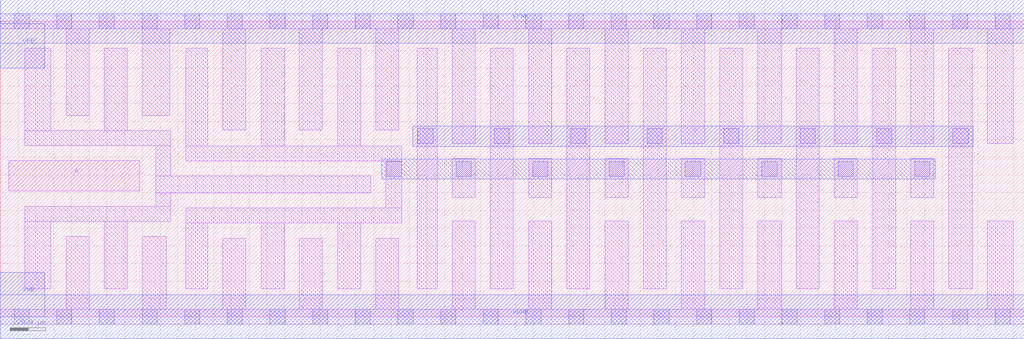
<source format=lef>
# Copyright 2020 The SkyWater PDK Authors
#
# Licensed under the Apache License, Version 2.0 (the "License");
# you may not use this file except in compliance with the License.
# You may obtain a copy of the License at
#
#     https://www.apache.org/licenses/LICENSE-2.0
#
# Unless required by applicable law or agreed to in writing, software
# distributed under the License is distributed on an "AS IS" BASIS,
# WITHOUT WARRANTIES OR CONDITIONS OF ANY KIND, either express or implied.
# See the License for the specific language governing permissions and
# limitations under the License.
#
# SPDX-License-Identifier: Apache-2.0

VERSION 5.5 ;
NAMESCASESENSITIVE ON ;
BUSBITCHARS "[]" ;
DIVIDERCHAR "/" ;
MACRO sky130_fd_sc_lp__bufinv_16
  CLASS CORE ;
  SOURCE USER ;
  ORIGIN  0.000000  0.000000 ;
  SIZE  11.52000 BY  3.330000 ;
  SYMMETRY X Y R90 ;
  SITE unit ;
  PIN A
    ANTENNAGATEAREA  0.945000 ;
    DIRECTION INPUT ;
    USE SIGNAL ;
    PORT
      LAYER li1 ;
        RECT 0.095000 1.415000 1.570000 1.760000 ;
    END
  END A
  PIN Y
    ANTENNADIFFAREA  4.704000 ;
    DIRECTION OUTPUT ;
    USE SIGNAL ;
    PORT
      LAYER met1 ;
        RECT 4.640000 1.920000 10.950000 2.150000 ;
    END
  END Y
  PIN VGND
    DIRECTION INOUT ;
    USE GROUND ;
    PORT
      LAYER met1 ;
        RECT 0.000000 -0.245000 11.520000 0.245000 ;
    END
  END VGND
  PIN VNB
    DIRECTION INOUT ;
    USE GROUND ;
    PORT
      LAYER met1 ;
        RECT 0.000000 0.000000 0.500000 0.500000 ;
    END
  END VNB
  PIN VPB
    DIRECTION INOUT ;
    USE POWER ;
    PORT
      LAYER met1 ;
        RECT 0.000000 2.800000 0.500000 3.300000 ;
    END
  END VPB
  PIN VPWR
    DIRECTION INOUT ;
    USE POWER ;
    PORT
      LAYER met1 ;
        RECT 0.000000 3.085000 11.520000 3.575000 ;
    END
  END VPWR
  OBS
    LAYER li1 ;
      RECT  0.000000 -0.085000 11.520000 0.085000 ;
      RECT  0.000000  3.245000 11.520000 3.415000 ;
      RECT  0.275000  0.315000  0.570000 1.075000 ;
      RECT  0.275000  1.075000  1.920000 1.245000 ;
      RECT  0.275000  1.930000  1.920000 2.100000 ;
      RECT  0.275000  2.100000  0.570000 3.025000 ;
      RECT  0.740000  0.085000  1.000000 0.905000 ;
      RECT  0.740000  2.270000  1.000000 3.245000 ;
      RECT  1.170000  0.315000  1.430000 1.075000 ;
      RECT  1.170000  2.100000  1.430000 3.025000 ;
      RECT  1.600000  0.085000  1.870000 0.905000 ;
      RECT  1.600000  2.270000  1.905000 3.245000 ;
      RECT  1.750000  1.245000  1.920000 1.395000 ;
      RECT  1.750000  1.395000  4.170000 1.585000 ;
      RECT  1.750000  1.585000  1.920000 1.930000 ;
      RECT  2.090000  0.315000  2.335000 1.055000 ;
      RECT  2.090000  1.055000  4.520000 1.225000 ;
      RECT  2.090000  1.755000  4.520000 1.925000 ;
      RECT  2.090000  1.925000  2.335000 3.025000 ;
      RECT  2.505000  0.085000  2.765000 0.885000 ;
      RECT  2.505000  2.105000  2.765000 3.245000 ;
      RECT  2.935000  0.315000  3.195000 1.055000 ;
      RECT  2.935000  1.925000  3.195000 3.025000 ;
      RECT  3.365000  0.085000  3.625000 0.885000 ;
      RECT  3.365000  2.105000  3.625000 3.245000 ;
      RECT  3.795000  0.315000  4.055000 1.055000 ;
      RECT  3.795000  1.925000  4.055000 3.025000 ;
      RECT  4.225000  0.085000  4.485000 0.885000 ;
      RECT  4.225000  2.105000  4.485000 3.245000 ;
      RECT  4.340000  1.225000  4.520000 1.755000 ;
      RECT  4.690000  0.315000  4.915000 3.025000 ;
      RECT  5.085000  0.085000  5.345000 1.080000 ;
      RECT  5.085000  1.345000  5.345000 1.785000 ;
      RECT  5.085000  1.955000  5.345000 3.245000 ;
      RECT  5.515000  0.315000  5.775000 3.025000 ;
      RECT  5.945000  0.085000  6.205000 1.080000 ;
      RECT  5.945000  1.345000  6.205000 1.785000 ;
      RECT  5.945000  1.955000  6.205000 3.245000 ;
      RECT  6.375000  0.315000  6.635000 3.025000 ;
      RECT  6.805000  0.085000  7.065000 1.080000 ;
      RECT  6.805000  1.345000  7.065000 1.785000 ;
      RECT  6.805000  1.955000  7.065000 3.245000 ;
      RECT  7.235000  0.315000  7.495000 3.025000 ;
      RECT  7.665000  0.085000  7.925000 1.080000 ;
      RECT  7.665000  1.345000  7.925000 1.785000 ;
      RECT  7.665000  1.955000  7.925000 3.245000 ;
      RECT  8.095000  0.315000  8.355000 3.025000 ;
      RECT  8.525000  0.085000  8.785000 1.080000 ;
      RECT  8.525000  1.345000  8.785000 1.785000 ;
      RECT  8.525000  1.955000  8.785000 3.245000 ;
      RECT  8.955000  0.315000  9.215000 3.025000 ;
      RECT  9.385000  0.085000  9.645000 1.080000 ;
      RECT  9.385000  1.345000  9.645000 1.785000 ;
      RECT  9.385000  1.955000  9.645000 3.245000 ;
      RECT  9.815000  0.315000 10.075000 3.025000 ;
      RECT 10.245000  0.085000 10.505000 1.080000 ;
      RECT 10.245000  1.345000 10.505000 1.785000 ;
      RECT 10.245000  1.955000 10.505000 3.245000 ;
      RECT 10.675000  0.315000 10.935000 3.025000 ;
      RECT 11.105000  0.085000 11.400000 1.080000 ;
      RECT 11.105000  1.955000 11.400000 3.245000 ;
    LAYER mcon ;
      RECT  0.155000 -0.085000  0.325000 0.085000 ;
      RECT  0.155000  3.245000  0.325000 3.415000 ;
      RECT  0.635000 -0.085000  0.805000 0.085000 ;
      RECT  0.635000  3.245000  0.805000 3.415000 ;
      RECT  1.115000 -0.085000  1.285000 0.085000 ;
      RECT  1.115000  3.245000  1.285000 3.415000 ;
      RECT  1.595000 -0.085000  1.765000 0.085000 ;
      RECT  1.595000  3.245000  1.765000 3.415000 ;
      RECT  2.075000 -0.085000  2.245000 0.085000 ;
      RECT  2.075000  3.245000  2.245000 3.415000 ;
      RECT  2.555000 -0.085000  2.725000 0.085000 ;
      RECT  2.555000  3.245000  2.725000 3.415000 ;
      RECT  3.035000 -0.085000  3.205000 0.085000 ;
      RECT  3.035000  3.245000  3.205000 3.415000 ;
      RECT  3.515000 -0.085000  3.685000 0.085000 ;
      RECT  3.515000  3.245000  3.685000 3.415000 ;
      RECT  3.995000 -0.085000  4.165000 0.085000 ;
      RECT  3.995000  3.245000  4.165000 3.415000 ;
      RECT  4.350000  1.580000  4.520000 1.750000 ;
      RECT  4.475000 -0.085000  4.645000 0.085000 ;
      RECT  4.475000  3.245000  4.645000 3.415000 ;
      RECT  4.700000  1.950000  4.870000 2.120000 ;
      RECT  4.955000 -0.085000  5.125000 0.085000 ;
      RECT  4.955000  3.245000  5.125000 3.415000 ;
      RECT  5.130000  1.580000  5.300000 1.750000 ;
      RECT  5.435000 -0.085000  5.605000 0.085000 ;
      RECT  5.435000  3.245000  5.605000 3.415000 ;
      RECT  5.560000  1.950000  5.730000 2.120000 ;
      RECT  5.915000 -0.085000  6.085000 0.085000 ;
      RECT  5.915000  3.245000  6.085000 3.415000 ;
      RECT  5.990000  1.580000  6.160000 1.750000 ;
      RECT  6.395000 -0.085000  6.565000 0.085000 ;
      RECT  6.395000  3.245000  6.565000 3.415000 ;
      RECT  6.420000  1.950000  6.590000 2.120000 ;
      RECT  6.850000  1.580000  7.020000 1.750000 ;
      RECT  6.875000 -0.085000  7.045000 0.085000 ;
      RECT  6.875000  3.245000  7.045000 3.415000 ;
      RECT  7.280000  1.950000  7.450000 2.120000 ;
      RECT  7.355000 -0.085000  7.525000 0.085000 ;
      RECT  7.355000  3.245000  7.525000 3.415000 ;
      RECT  7.710000  1.580000  7.880000 1.750000 ;
      RECT  7.835000 -0.085000  8.005000 0.085000 ;
      RECT  7.835000  3.245000  8.005000 3.415000 ;
      RECT  8.140000  1.950000  8.310000 2.120000 ;
      RECT  8.315000 -0.085000  8.485000 0.085000 ;
      RECT  8.315000  3.245000  8.485000 3.415000 ;
      RECT  8.570000  1.580000  8.740000 1.750000 ;
      RECT  8.795000 -0.085000  8.965000 0.085000 ;
      RECT  8.795000  3.245000  8.965000 3.415000 ;
      RECT  9.000000  1.950000  9.170000 2.120000 ;
      RECT  9.275000 -0.085000  9.445000 0.085000 ;
      RECT  9.275000  3.245000  9.445000 3.415000 ;
      RECT  9.430000  1.580000  9.600000 1.750000 ;
      RECT  9.755000 -0.085000  9.925000 0.085000 ;
      RECT  9.755000  3.245000  9.925000 3.415000 ;
      RECT  9.860000  1.950000 10.030000 2.120000 ;
      RECT 10.235000 -0.085000 10.405000 0.085000 ;
      RECT 10.235000  3.245000 10.405000 3.415000 ;
      RECT 10.290000  1.580000 10.460000 1.750000 ;
      RECT 10.715000 -0.085000 10.885000 0.085000 ;
      RECT 10.715000  3.245000 10.885000 3.415000 ;
      RECT 10.720000  1.950000 10.890000 2.120000 ;
      RECT 11.195000 -0.085000 11.365000 0.085000 ;
      RECT 11.195000  3.245000 11.365000 3.415000 ;
    LAYER met1 ;
      RECT 4.290000 1.550000 10.520000 1.780000 ;
  END
END sky130_fd_sc_lp__bufinv_16

</source>
